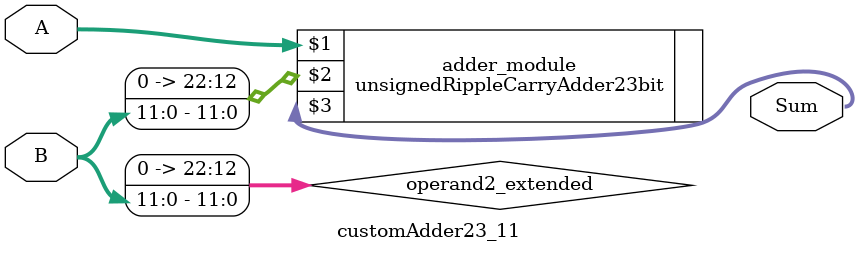
<source format=v>

module customAdder23_11(
                    input [22 : 0] A,
                    input [11 : 0] B,
                    
                    output [23 : 0] Sum
            );

    wire [22 : 0] operand2_extended;
    
    assign operand2_extended =  {11'b0, B};
    
    unsignedRippleCarryAdder23bit adder_module(
        A,
        operand2_extended,
        Sum
    );
    
endmodule
        
</source>
